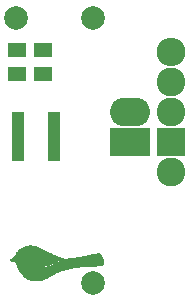
<source format=gts>
G04 #@! TF.FileFunction,Soldermask,Top*
%FSLAX46Y46*%
G04 Gerber Fmt 4.6, Leading zero omitted, Abs format (unit mm)*
G04 Created by KiCad (PCBNEW 4.0.1-stable) date Friday, March 04, 2016 'AMt' 12:55:25 AM*
%MOMM*%
G01*
G04 APERTURE LIST*
%ADD10C,0.100000*%
%ADD11C,0.010000*%
%ADD12C,2.000000*%
%ADD13O,2.432000X2.432000*%
%ADD14C,2.432000*%
%ADD15R,2.432000X2.432000*%
%ADD16R,1.600000X1.300000*%
%ADD17R,3.400000X2.432000*%
%ADD18O,3.400000X2.432000*%
%ADD19R,1.100000X0.600000*%
G04 APERTURE END LIST*
D10*
D11*
G36*
X159241031Y-117223103D02*
X159278866Y-117224878D01*
X159314763Y-117227950D01*
X159350412Y-117232451D01*
X159387499Y-117238512D01*
X159412537Y-117243226D01*
X159449505Y-117250873D01*
X159484770Y-117259056D01*
X159519378Y-117268108D01*
X159554376Y-117278364D01*
X159590809Y-117290156D01*
X159629722Y-117303818D01*
X159672161Y-117319684D01*
X159719173Y-117338088D01*
X159754737Y-117352406D01*
X159801958Y-117371805D01*
X159849898Y-117391943D01*
X159898959Y-117413011D01*
X159949547Y-117435199D01*
X160002066Y-117458695D01*
X160056921Y-117483689D01*
X160114514Y-117510372D01*
X160175251Y-117538932D01*
X160239536Y-117569559D01*
X160307773Y-117602442D01*
X160380365Y-117637772D01*
X160457719Y-117675737D01*
X160540236Y-117716528D01*
X160628323Y-117760333D01*
X160686085Y-117789177D01*
X160767799Y-117829964D01*
X160843732Y-117867698D01*
X160914358Y-117902596D01*
X160980149Y-117934875D01*
X161041577Y-117964752D01*
X161099115Y-117992444D01*
X161153235Y-118018167D01*
X161204409Y-118042138D01*
X161253111Y-118064575D01*
X161299811Y-118085695D01*
X161344982Y-118105714D01*
X161389097Y-118124848D01*
X161432629Y-118143316D01*
X161476049Y-118161334D01*
X161519829Y-118179119D01*
X161564443Y-118196888D01*
X161610363Y-118214857D01*
X161627542Y-118221509D01*
X161651524Y-118230793D01*
X161673788Y-118239455D01*
X161693348Y-118247109D01*
X161709219Y-118253366D01*
X161720414Y-118257840D01*
X161725784Y-118260070D01*
X161735832Y-118264573D01*
X161720698Y-118283849D01*
X161708889Y-118297902D01*
X161692920Y-118315482D01*
X161673921Y-118335449D01*
X161653023Y-118356663D01*
X161631357Y-118377986D01*
X161610055Y-118398277D01*
X161590246Y-118416397D01*
X161581681Y-118423920D01*
X161506102Y-118485039D01*
X161424352Y-118543238D01*
X161336747Y-118598375D01*
X161243601Y-118650306D01*
X161145231Y-118698886D01*
X161041952Y-118743973D01*
X160934079Y-118785422D01*
X160821928Y-118823091D01*
X160705814Y-118856835D01*
X160586054Y-118886510D01*
X160546278Y-118895281D01*
X160487253Y-118907567D01*
X160433414Y-118918013D01*
X160383205Y-118926877D01*
X160335074Y-118934413D01*
X160287469Y-118940877D01*
X160238835Y-118946526D01*
X160228778Y-118947588D01*
X160208732Y-118949185D01*
X160183512Y-118950438D01*
X160154439Y-118951348D01*
X160122833Y-118951913D01*
X160090014Y-118952134D01*
X160057303Y-118952011D01*
X160026020Y-118951543D01*
X159997485Y-118950730D01*
X159973019Y-118949572D01*
X159953941Y-118948069D01*
X159950083Y-118947629D01*
X159879587Y-118936359D01*
X159814668Y-118920777D01*
X159755314Y-118900875D01*
X159701511Y-118876642D01*
X159653246Y-118848071D01*
X159610506Y-118815152D01*
X159573275Y-118777875D01*
X159541542Y-118736233D01*
X159515292Y-118690216D01*
X159495814Y-118643556D01*
X159486564Y-118615336D01*
X159479950Y-118589790D01*
X159475611Y-118564670D01*
X159473189Y-118537726D01*
X159472323Y-118506710D01*
X159472311Y-118496690D01*
X159472506Y-118439783D01*
X159449541Y-118437430D01*
X159426577Y-118435078D01*
X159376819Y-118469010D01*
X159377261Y-118518359D01*
X159381246Y-118576590D01*
X159392027Y-118633341D01*
X159409427Y-118688195D01*
X159433267Y-118740732D01*
X159463369Y-118790536D01*
X159499554Y-118837188D01*
X159524774Y-118864155D01*
X159565410Y-118901000D01*
X159609140Y-118933371D01*
X159656472Y-118961491D01*
X159707911Y-118985584D01*
X159763966Y-119005873D01*
X159825143Y-119022584D01*
X159891948Y-119035938D01*
X159925389Y-119041113D01*
X159946455Y-119043389D01*
X159973303Y-119045185D01*
X160004675Y-119046500D01*
X160039315Y-119047334D01*
X160075966Y-119047688D01*
X160113369Y-119047562D01*
X160150269Y-119046956D01*
X160185407Y-119045870D01*
X160217526Y-119044303D01*
X160245370Y-119042257D01*
X160257000Y-119041088D01*
X160371247Y-119025915D01*
X160486379Y-119006055D01*
X160601524Y-118981770D01*
X160715809Y-118953321D01*
X160828359Y-118920969D01*
X160938303Y-118884975D01*
X161044766Y-118845600D01*
X161146876Y-118803106D01*
X161243760Y-118757754D01*
X161298608Y-118729498D01*
X161381718Y-118682751D01*
X161460658Y-118633631D01*
X161534981Y-118582487D01*
X161604241Y-118529668D01*
X161667993Y-118475522D01*
X161725791Y-118420397D01*
X161777188Y-118364643D01*
X161798880Y-118338480D01*
X161813589Y-118320572D01*
X161824647Y-118308259D01*
X161832321Y-118301267D01*
X161836878Y-118299322D01*
X161837106Y-118299373D01*
X161851682Y-118303012D01*
X161872129Y-118307139D01*
X161897296Y-118311588D01*
X161926029Y-118316193D01*
X161957174Y-118320787D01*
X161989579Y-118325204D01*
X162022091Y-118329276D01*
X162053556Y-118332837D01*
X162082821Y-118335720D01*
X162096736Y-118336893D01*
X162126996Y-118338630D01*
X162160509Y-118339311D01*
X162197721Y-118338909D01*
X162239075Y-118337398D01*
X162285017Y-118334750D01*
X162335991Y-118330938D01*
X162392441Y-118325937D01*
X162454812Y-118319719D01*
X162523548Y-118312256D01*
X162544764Y-118309853D01*
X162642696Y-118298039D01*
X162747110Y-118284253D01*
X162857726Y-118268544D01*
X162974267Y-118250962D01*
X163096454Y-118231559D01*
X163224011Y-118210386D01*
X163356657Y-118187492D01*
X163494117Y-118162928D01*
X163636110Y-118136746D01*
X163782360Y-118108995D01*
X163932588Y-118079727D01*
X164086517Y-118048991D01*
X164243867Y-118016840D01*
X164404361Y-117983322D01*
X164567721Y-117948489D01*
X164733669Y-117912392D01*
X164761972Y-117906166D01*
X164793505Y-117899268D01*
X164823573Y-117892787D01*
X164851326Y-117886899D01*
X164875913Y-117881780D01*
X164896484Y-117877607D01*
X164912186Y-117874556D01*
X164922170Y-117872804D01*
X164924250Y-117872520D01*
X164951629Y-117872603D01*
X164980597Y-117878198D01*
X165009337Y-117888640D01*
X165036032Y-117903263D01*
X165058863Y-117921400D01*
X165059577Y-117922097D01*
X165070334Y-117934458D01*
X165083559Y-117952584D01*
X165098873Y-117975782D01*
X165115898Y-118003362D01*
X165134253Y-118034633D01*
X165153562Y-118068902D01*
X165173444Y-118105479D01*
X165193521Y-118143671D01*
X165213415Y-118182789D01*
X165232747Y-118222139D01*
X165251137Y-118261031D01*
X165268208Y-118298774D01*
X165276938Y-118318888D01*
X165304418Y-118387828D01*
X165326295Y-118452753D01*
X165342564Y-118513631D01*
X165353220Y-118570428D01*
X165358258Y-118623112D01*
X165357674Y-118671650D01*
X165351462Y-118716008D01*
X165340303Y-118754355D01*
X165330721Y-118774617D01*
X165317158Y-118796530D01*
X165301359Y-118817628D01*
X165285072Y-118835441D01*
X165279089Y-118840860D01*
X165263700Y-118852771D01*
X165247081Y-118863287D01*
X165228689Y-118872518D01*
X165207978Y-118880574D01*
X165184406Y-118887565D01*
X165157427Y-118893602D01*
X165126498Y-118898794D01*
X165091074Y-118903252D01*
X165050612Y-118907086D01*
X165004567Y-118910405D01*
X164952396Y-118913321D01*
X164911903Y-118915182D01*
X164892132Y-118915961D01*
X164866304Y-118916876D01*
X164835416Y-118917897D01*
X164800464Y-118918994D01*
X164762446Y-118920137D01*
X164722357Y-118921294D01*
X164681195Y-118922437D01*
X164639956Y-118923534D01*
X164619097Y-118924070D01*
X164513132Y-118926865D01*
X164413623Y-118929728D01*
X164319971Y-118932688D01*
X164231576Y-118935774D01*
X164147840Y-118939016D01*
X164068162Y-118942444D01*
X163991944Y-118946086D01*
X163918587Y-118949972D01*
X163847491Y-118954132D01*
X163778056Y-118958595D01*
X163709683Y-118963390D01*
X163641774Y-118968548D01*
X163573729Y-118974096D01*
X163537833Y-118977168D01*
X163385425Y-118991484D01*
X163238916Y-119007501D01*
X163097314Y-119025426D01*
X162959629Y-119045462D01*
X162824869Y-119067813D01*
X162692042Y-119092686D01*
X162560156Y-119120283D01*
X162428221Y-119150811D01*
X162295244Y-119184473D01*
X162160234Y-119221474D01*
X162022199Y-119262018D01*
X161880149Y-119306311D01*
X161772181Y-119341516D01*
X161715529Y-119360415D01*
X161663101Y-119378181D01*
X161614324Y-119395079D01*
X161568627Y-119411377D01*
X161525437Y-119427340D01*
X161484184Y-119443235D01*
X161444295Y-119459327D01*
X161405199Y-119475884D01*
X161366325Y-119493170D01*
X161327099Y-119511452D01*
X161286952Y-119530997D01*
X161245310Y-119552071D01*
X161201602Y-119574939D01*
X161155257Y-119599869D01*
X161105703Y-119627125D01*
X161052368Y-119656975D01*
X160994680Y-119689684D01*
X160932068Y-119725519D01*
X160867306Y-119762815D01*
X160817113Y-119791743D01*
X160772343Y-119817450D01*
X160732339Y-119840298D01*
X160696445Y-119860648D01*
X160664006Y-119878863D01*
X160634365Y-119895303D01*
X160606866Y-119910330D01*
X160580853Y-119924307D01*
X160555670Y-119937594D01*
X160530662Y-119950554D01*
X160505172Y-119963549D01*
X160482778Y-119974820D01*
X160417461Y-120006741D01*
X160356674Y-120034702D01*
X160299369Y-120059064D01*
X160244501Y-120080188D01*
X160191022Y-120098436D01*
X160137885Y-120114169D01*
X160084043Y-120127748D01*
X160028449Y-120139537D01*
X159980975Y-120148094D01*
X159921699Y-120157475D01*
X159867114Y-120164849D01*
X159815196Y-120170377D01*
X159763926Y-120174223D01*
X159711279Y-120176550D01*
X159655234Y-120177522D01*
X159616708Y-120177509D01*
X159590120Y-120177309D01*
X159565076Y-120177051D01*
X159542670Y-120176751D01*
X159523997Y-120176426D01*
X159510149Y-120176092D01*
X159502223Y-120175767D01*
X159502056Y-120175755D01*
X159411009Y-120166740D01*
X159321200Y-120153096D01*
X159233485Y-120135042D01*
X159148718Y-120112798D01*
X159067756Y-120086583D01*
X158991455Y-120056619D01*
X158933791Y-120029817D01*
X158847957Y-119982919D01*
X158764330Y-119929377D01*
X158682988Y-119869273D01*
X158604006Y-119802690D01*
X158527461Y-119729708D01*
X158453429Y-119650411D01*
X158381985Y-119564879D01*
X158313207Y-119473196D01*
X158247171Y-119375442D01*
X158183952Y-119271701D01*
X158123627Y-119162053D01*
X158119300Y-119153746D01*
X158082293Y-119078734D01*
X158047779Y-119000989D01*
X158015400Y-118919580D01*
X157984798Y-118833574D01*
X157955612Y-118742039D01*
X157939110Y-118685758D01*
X157931543Y-118659169D01*
X157685806Y-118560044D01*
X157646329Y-118544069D01*
X157608813Y-118528791D01*
X157573766Y-118514422D01*
X157541694Y-118501173D01*
X157513102Y-118489257D01*
X157488498Y-118478887D01*
X157468388Y-118470274D01*
X157453278Y-118463630D01*
X157443674Y-118459168D01*
X157440083Y-118457101D01*
X157440069Y-118457055D01*
X157442644Y-118454178D01*
X157450115Y-118446965D01*
X157462098Y-118435762D01*
X157478213Y-118420917D01*
X157498078Y-118402776D01*
X157521310Y-118381686D01*
X157547529Y-118357994D01*
X157576351Y-118332048D01*
X157607395Y-118304193D01*
X157640280Y-118274778D01*
X157665847Y-118251966D01*
X157891625Y-118050741D01*
X157906003Y-118011022D01*
X157934338Y-117940948D01*
X157967586Y-117874045D01*
X158006152Y-117809707D01*
X158050445Y-117747324D01*
X158100870Y-117686287D01*
X158157835Y-117625990D01*
X158174224Y-117609917D01*
X158241538Y-117549739D01*
X158314130Y-117494059D01*
X158391734Y-117443010D01*
X158474086Y-117396722D01*
X158560921Y-117355330D01*
X158651974Y-117318964D01*
X158746979Y-117287758D01*
X158845671Y-117261842D01*
X158891750Y-117251834D01*
X158936147Y-117243197D01*
X158975869Y-117236427D01*
X159012979Y-117231295D01*
X159049540Y-117227572D01*
X159087614Y-117225029D01*
X159129265Y-117223439D01*
X159152806Y-117222916D01*
X159199574Y-117222493D01*
X159241031Y-117223103D01*
X159241031Y-117223103D01*
G37*
X159241031Y-117223103D02*
X159278866Y-117224878D01*
X159314763Y-117227950D01*
X159350412Y-117232451D01*
X159387499Y-117238512D01*
X159412537Y-117243226D01*
X159449505Y-117250873D01*
X159484770Y-117259056D01*
X159519378Y-117268108D01*
X159554376Y-117278364D01*
X159590809Y-117290156D01*
X159629722Y-117303818D01*
X159672161Y-117319684D01*
X159719173Y-117338088D01*
X159754737Y-117352406D01*
X159801958Y-117371805D01*
X159849898Y-117391943D01*
X159898959Y-117413011D01*
X159949547Y-117435199D01*
X160002066Y-117458695D01*
X160056921Y-117483689D01*
X160114514Y-117510372D01*
X160175251Y-117538932D01*
X160239536Y-117569559D01*
X160307773Y-117602442D01*
X160380365Y-117637772D01*
X160457719Y-117675737D01*
X160540236Y-117716528D01*
X160628323Y-117760333D01*
X160686085Y-117789177D01*
X160767799Y-117829964D01*
X160843732Y-117867698D01*
X160914358Y-117902596D01*
X160980149Y-117934875D01*
X161041577Y-117964752D01*
X161099115Y-117992444D01*
X161153235Y-118018167D01*
X161204409Y-118042138D01*
X161253111Y-118064575D01*
X161299811Y-118085695D01*
X161344982Y-118105714D01*
X161389097Y-118124848D01*
X161432629Y-118143316D01*
X161476049Y-118161334D01*
X161519829Y-118179119D01*
X161564443Y-118196888D01*
X161610363Y-118214857D01*
X161627542Y-118221509D01*
X161651524Y-118230793D01*
X161673788Y-118239455D01*
X161693348Y-118247109D01*
X161709219Y-118253366D01*
X161720414Y-118257840D01*
X161725784Y-118260070D01*
X161735832Y-118264573D01*
X161720698Y-118283849D01*
X161708889Y-118297902D01*
X161692920Y-118315482D01*
X161673921Y-118335449D01*
X161653023Y-118356663D01*
X161631357Y-118377986D01*
X161610055Y-118398277D01*
X161590246Y-118416397D01*
X161581681Y-118423920D01*
X161506102Y-118485039D01*
X161424352Y-118543238D01*
X161336747Y-118598375D01*
X161243601Y-118650306D01*
X161145231Y-118698886D01*
X161041952Y-118743973D01*
X160934079Y-118785422D01*
X160821928Y-118823091D01*
X160705814Y-118856835D01*
X160586054Y-118886510D01*
X160546278Y-118895281D01*
X160487253Y-118907567D01*
X160433414Y-118918013D01*
X160383205Y-118926877D01*
X160335074Y-118934413D01*
X160287469Y-118940877D01*
X160238835Y-118946526D01*
X160228778Y-118947588D01*
X160208732Y-118949185D01*
X160183512Y-118950438D01*
X160154439Y-118951348D01*
X160122833Y-118951913D01*
X160090014Y-118952134D01*
X160057303Y-118952011D01*
X160026020Y-118951543D01*
X159997485Y-118950730D01*
X159973019Y-118949572D01*
X159953941Y-118948069D01*
X159950083Y-118947629D01*
X159879587Y-118936359D01*
X159814668Y-118920777D01*
X159755314Y-118900875D01*
X159701511Y-118876642D01*
X159653246Y-118848071D01*
X159610506Y-118815152D01*
X159573275Y-118777875D01*
X159541542Y-118736233D01*
X159515292Y-118690216D01*
X159495814Y-118643556D01*
X159486564Y-118615336D01*
X159479950Y-118589790D01*
X159475611Y-118564670D01*
X159473189Y-118537726D01*
X159472323Y-118506710D01*
X159472311Y-118496690D01*
X159472506Y-118439783D01*
X159449541Y-118437430D01*
X159426577Y-118435078D01*
X159376819Y-118469010D01*
X159377261Y-118518359D01*
X159381246Y-118576590D01*
X159392027Y-118633341D01*
X159409427Y-118688195D01*
X159433267Y-118740732D01*
X159463369Y-118790536D01*
X159499554Y-118837188D01*
X159524774Y-118864155D01*
X159565410Y-118901000D01*
X159609140Y-118933371D01*
X159656472Y-118961491D01*
X159707911Y-118985584D01*
X159763966Y-119005873D01*
X159825143Y-119022584D01*
X159891948Y-119035938D01*
X159925389Y-119041113D01*
X159946455Y-119043389D01*
X159973303Y-119045185D01*
X160004675Y-119046500D01*
X160039315Y-119047334D01*
X160075966Y-119047688D01*
X160113369Y-119047562D01*
X160150269Y-119046956D01*
X160185407Y-119045870D01*
X160217526Y-119044303D01*
X160245370Y-119042257D01*
X160257000Y-119041088D01*
X160371247Y-119025915D01*
X160486379Y-119006055D01*
X160601524Y-118981770D01*
X160715809Y-118953321D01*
X160828359Y-118920969D01*
X160938303Y-118884975D01*
X161044766Y-118845600D01*
X161146876Y-118803106D01*
X161243760Y-118757754D01*
X161298608Y-118729498D01*
X161381718Y-118682751D01*
X161460658Y-118633631D01*
X161534981Y-118582487D01*
X161604241Y-118529668D01*
X161667993Y-118475522D01*
X161725791Y-118420397D01*
X161777188Y-118364643D01*
X161798880Y-118338480D01*
X161813589Y-118320572D01*
X161824647Y-118308259D01*
X161832321Y-118301267D01*
X161836878Y-118299322D01*
X161837106Y-118299373D01*
X161851682Y-118303012D01*
X161872129Y-118307139D01*
X161897296Y-118311588D01*
X161926029Y-118316193D01*
X161957174Y-118320787D01*
X161989579Y-118325204D01*
X162022091Y-118329276D01*
X162053556Y-118332837D01*
X162082821Y-118335720D01*
X162096736Y-118336893D01*
X162126996Y-118338630D01*
X162160509Y-118339311D01*
X162197721Y-118338909D01*
X162239075Y-118337398D01*
X162285017Y-118334750D01*
X162335991Y-118330938D01*
X162392441Y-118325937D01*
X162454812Y-118319719D01*
X162523548Y-118312256D01*
X162544764Y-118309853D01*
X162642696Y-118298039D01*
X162747110Y-118284253D01*
X162857726Y-118268544D01*
X162974267Y-118250962D01*
X163096454Y-118231559D01*
X163224011Y-118210386D01*
X163356657Y-118187492D01*
X163494117Y-118162928D01*
X163636110Y-118136746D01*
X163782360Y-118108995D01*
X163932588Y-118079727D01*
X164086517Y-118048991D01*
X164243867Y-118016840D01*
X164404361Y-117983322D01*
X164567721Y-117948489D01*
X164733669Y-117912392D01*
X164761972Y-117906166D01*
X164793505Y-117899268D01*
X164823573Y-117892787D01*
X164851326Y-117886899D01*
X164875913Y-117881780D01*
X164896484Y-117877607D01*
X164912186Y-117874556D01*
X164922170Y-117872804D01*
X164924250Y-117872520D01*
X164951629Y-117872603D01*
X164980597Y-117878198D01*
X165009337Y-117888640D01*
X165036032Y-117903263D01*
X165058863Y-117921400D01*
X165059577Y-117922097D01*
X165070334Y-117934458D01*
X165083559Y-117952584D01*
X165098873Y-117975782D01*
X165115898Y-118003362D01*
X165134253Y-118034633D01*
X165153562Y-118068902D01*
X165173444Y-118105479D01*
X165193521Y-118143671D01*
X165213415Y-118182789D01*
X165232747Y-118222139D01*
X165251137Y-118261031D01*
X165268208Y-118298774D01*
X165276938Y-118318888D01*
X165304418Y-118387828D01*
X165326295Y-118452753D01*
X165342564Y-118513631D01*
X165353220Y-118570428D01*
X165358258Y-118623112D01*
X165357674Y-118671650D01*
X165351462Y-118716008D01*
X165340303Y-118754355D01*
X165330721Y-118774617D01*
X165317158Y-118796530D01*
X165301359Y-118817628D01*
X165285072Y-118835441D01*
X165279089Y-118840860D01*
X165263700Y-118852771D01*
X165247081Y-118863287D01*
X165228689Y-118872518D01*
X165207978Y-118880574D01*
X165184406Y-118887565D01*
X165157427Y-118893602D01*
X165126498Y-118898794D01*
X165091074Y-118903252D01*
X165050612Y-118907086D01*
X165004567Y-118910405D01*
X164952396Y-118913321D01*
X164911903Y-118915182D01*
X164892132Y-118915961D01*
X164866304Y-118916876D01*
X164835416Y-118917897D01*
X164800464Y-118918994D01*
X164762446Y-118920137D01*
X164722357Y-118921294D01*
X164681195Y-118922437D01*
X164639956Y-118923534D01*
X164619097Y-118924070D01*
X164513132Y-118926865D01*
X164413623Y-118929728D01*
X164319971Y-118932688D01*
X164231576Y-118935774D01*
X164147840Y-118939016D01*
X164068162Y-118942444D01*
X163991944Y-118946086D01*
X163918587Y-118949972D01*
X163847491Y-118954132D01*
X163778056Y-118958595D01*
X163709683Y-118963390D01*
X163641774Y-118968548D01*
X163573729Y-118974096D01*
X163537833Y-118977168D01*
X163385425Y-118991484D01*
X163238916Y-119007501D01*
X163097314Y-119025426D01*
X162959629Y-119045462D01*
X162824869Y-119067813D01*
X162692042Y-119092686D01*
X162560156Y-119120283D01*
X162428221Y-119150811D01*
X162295244Y-119184473D01*
X162160234Y-119221474D01*
X162022199Y-119262018D01*
X161880149Y-119306311D01*
X161772181Y-119341516D01*
X161715529Y-119360415D01*
X161663101Y-119378181D01*
X161614324Y-119395079D01*
X161568627Y-119411377D01*
X161525437Y-119427340D01*
X161484184Y-119443235D01*
X161444295Y-119459327D01*
X161405199Y-119475884D01*
X161366325Y-119493170D01*
X161327099Y-119511452D01*
X161286952Y-119530997D01*
X161245310Y-119552071D01*
X161201602Y-119574939D01*
X161155257Y-119599869D01*
X161105703Y-119627125D01*
X161052368Y-119656975D01*
X160994680Y-119689684D01*
X160932068Y-119725519D01*
X160867306Y-119762815D01*
X160817113Y-119791743D01*
X160772343Y-119817450D01*
X160732339Y-119840298D01*
X160696445Y-119860648D01*
X160664006Y-119878863D01*
X160634365Y-119895303D01*
X160606866Y-119910330D01*
X160580853Y-119924307D01*
X160555670Y-119937594D01*
X160530662Y-119950554D01*
X160505172Y-119963549D01*
X160482778Y-119974820D01*
X160417461Y-120006741D01*
X160356674Y-120034702D01*
X160299369Y-120059064D01*
X160244501Y-120080188D01*
X160191022Y-120098436D01*
X160137885Y-120114169D01*
X160084043Y-120127748D01*
X160028449Y-120139537D01*
X159980975Y-120148094D01*
X159921699Y-120157475D01*
X159867114Y-120164849D01*
X159815196Y-120170377D01*
X159763926Y-120174223D01*
X159711279Y-120176550D01*
X159655234Y-120177522D01*
X159616708Y-120177509D01*
X159590120Y-120177309D01*
X159565076Y-120177051D01*
X159542670Y-120176751D01*
X159523997Y-120176426D01*
X159510149Y-120176092D01*
X159502223Y-120175767D01*
X159502056Y-120175755D01*
X159411009Y-120166740D01*
X159321200Y-120153096D01*
X159233485Y-120135042D01*
X159148718Y-120112798D01*
X159067756Y-120086583D01*
X158991455Y-120056619D01*
X158933791Y-120029817D01*
X158847957Y-119982919D01*
X158764330Y-119929377D01*
X158682988Y-119869273D01*
X158604006Y-119802690D01*
X158527461Y-119729708D01*
X158453429Y-119650411D01*
X158381985Y-119564879D01*
X158313207Y-119473196D01*
X158247171Y-119375442D01*
X158183952Y-119271701D01*
X158123627Y-119162053D01*
X158119300Y-119153746D01*
X158082293Y-119078734D01*
X158047779Y-119000989D01*
X158015400Y-118919580D01*
X157984798Y-118833574D01*
X157955612Y-118742039D01*
X157939110Y-118685758D01*
X157931543Y-118659169D01*
X157685806Y-118560044D01*
X157646329Y-118544069D01*
X157608813Y-118528791D01*
X157573766Y-118514422D01*
X157541694Y-118501173D01*
X157513102Y-118489257D01*
X157488498Y-118478887D01*
X157468388Y-118470274D01*
X157453278Y-118463630D01*
X157443674Y-118459168D01*
X157440083Y-118457101D01*
X157440069Y-118457055D01*
X157442644Y-118454178D01*
X157450115Y-118446965D01*
X157462098Y-118435762D01*
X157478213Y-118420917D01*
X157498078Y-118402776D01*
X157521310Y-118381686D01*
X157547529Y-118357994D01*
X157576351Y-118332048D01*
X157607395Y-118304193D01*
X157640280Y-118274778D01*
X157665847Y-118251966D01*
X157891625Y-118050741D01*
X157906003Y-118011022D01*
X157934338Y-117940948D01*
X157967586Y-117874045D01*
X158006152Y-117809707D01*
X158050445Y-117747324D01*
X158100870Y-117686287D01*
X158157835Y-117625990D01*
X158174224Y-117609917D01*
X158241538Y-117549739D01*
X158314130Y-117494059D01*
X158391734Y-117443010D01*
X158474086Y-117396722D01*
X158560921Y-117355330D01*
X158651974Y-117318964D01*
X158746979Y-117287758D01*
X158845671Y-117261842D01*
X158891750Y-117251834D01*
X158936147Y-117243197D01*
X158975869Y-117236427D01*
X159012979Y-117231295D01*
X159049540Y-117227572D01*
X159087614Y-117225029D01*
X159129265Y-117223439D01*
X159152806Y-117222916D01*
X159199574Y-117222493D01*
X159241031Y-117223103D01*
D12*
X164500000Y-120400000D03*
D13*
X171130000Y-100820000D03*
D14*
X171130000Y-103360000D03*
X171130000Y-105900000D03*
D15*
X171130000Y-108440000D03*
D14*
X171130000Y-110980000D03*
D16*
X160280000Y-102690000D03*
X158080000Y-102690000D03*
X158080000Y-100710000D03*
X160280000Y-100710000D03*
D17*
X167610000Y-108440000D03*
D18*
X167610000Y-105900000D03*
D12*
X164500000Y-98000000D03*
X158000000Y-98000000D03*
D19*
X158110000Y-109800000D03*
X161190000Y-109800000D03*
X158110000Y-109400000D03*
X161190000Y-109400000D03*
X158110000Y-109000000D03*
X161190000Y-109000000D03*
X158110000Y-108600000D03*
X161190000Y-108600000D03*
X158110000Y-108200000D03*
X161190000Y-108200000D03*
X158110000Y-107800000D03*
X161190000Y-107800000D03*
X158110000Y-107400000D03*
X161190000Y-107400000D03*
X158110000Y-107000000D03*
X161190000Y-107000000D03*
X158110000Y-106600000D03*
X161190000Y-106600000D03*
X158110000Y-106200000D03*
X161190000Y-106200000D03*
M02*

</source>
